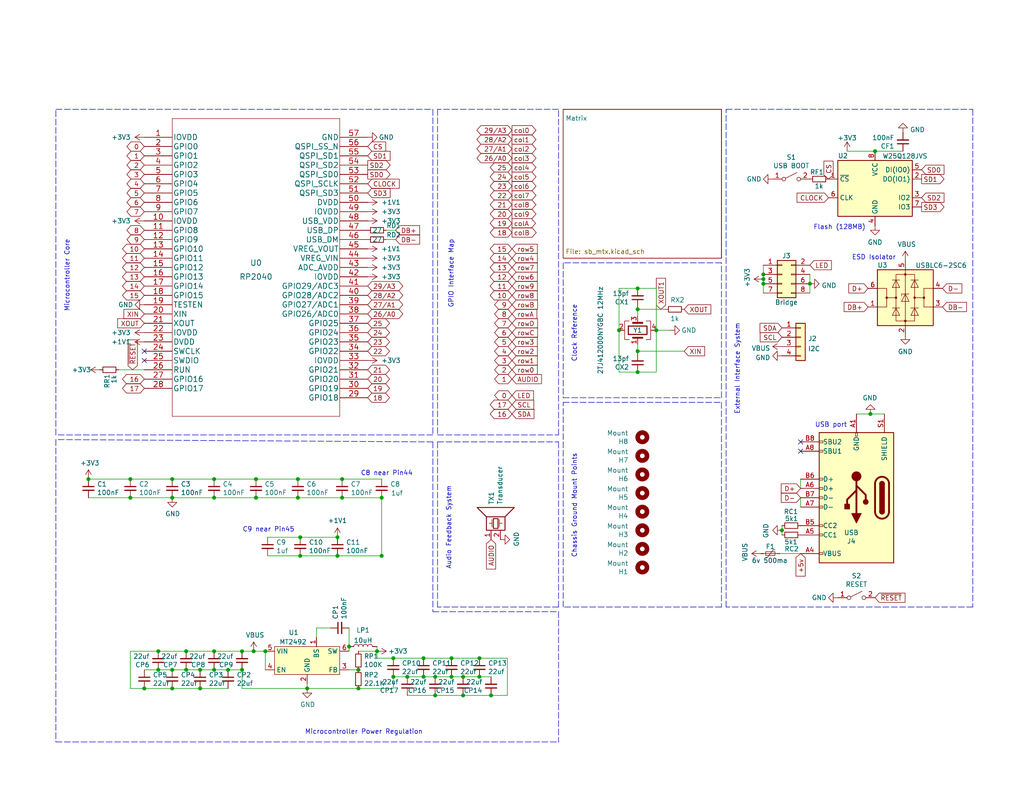
<source format=kicad_sch>
(kicad_sch (version 20211123) (generator eeschema)
  (paper "USLetter")
  (title_block (title "Sweet Business") (date "2021-09-10") (rev "Mark 1") (company "Everywhere Defense Industries") (comment 1 "Audio Interface Enabled") (comment 2 "Wow That's A Lot Of Buttons") (comment 3 "Maybe Too Many Lights?") (comment 4 "Reloads On Special Ammo Pickup"))
  (junction (at 104.14 135.89))
  (junction (at 58.42 130.81))
  (junction (at 43.18 182.88))
  (junction (at 126.365 189.865))
  (junction (at 115.57 184.785))
  (junction (at 81.28 135.89))
  (junction (at 46.99 130.81))
  (junction (at 83.82 187.96))
  (junction (at 179.07 90.17))
  (junction (at 72.39 177.8))
  (junction (at 54.61 182.88))
  (junction (at 24.13 130.81))
  (junction (at 123.19 184.785))
  (junction (at 102.87 177.8))
  (junction (at 173.99 84.455))
  (junction (at 213.36 144.78))
  (junction (at 97.79 187.96))
  (junction (at 50.8 177.8))
  (junction (at 92.075 146.685))
  (junction (at 118.745 189.865))
  (junction (at 133.985 189.865))
  (junction (at 35.56 135.89))
  (junction (at 173.99 78.74))
  (junction (at 104.14 151.765))
  (junction (at 50.8 182.88))
  (junction (at 115.57 179.705))
  (junction (at 123.19 179.705))
  (junction (at 168.91 90.17))
  (junction (at 54.61 187.96))
  (junction (at 69.85 135.89))
  (junction (at 126.365 184.785))
  (junction (at 107.315 184.785))
  (junction (at 118.745 184.785))
  (junction (at 69.85 130.81))
  (junction (at 66.04 182.88))
  (junction (at 46.99 135.89))
  (junction (at 208.28 77.47))
  (junction (at 58.42 177.8))
  (junction (at 237.49 113.03))
  (junction (at 93.345 135.89))
  (junction (at 81.915 151.765))
  (junction (at 220.98 77.47))
  (junction (at 173.99 101.6))
  (junction (at 39.37 187.96))
  (junction (at 111.125 184.785))
  (junction (at 97.79 182.88))
  (junction (at 95.25 176.53))
  (junction (at 43.18 177.8))
  (junction (at 208.28 74.93))
  (junction (at 66.04 177.8))
  (junction (at 208.28 76.2))
  (junction (at 58.42 182.88))
  (junction (at 58.42 135.89))
  (junction (at 81.915 146.685))
  (junction (at 92.075 151.765))
  (junction (at 35.56 130.81))
  (junction (at 46.99 182.88))
  (junction (at 46.99 187.96))
  (junction (at 69.215 177.8))
  (junction (at 107.315 179.705))
  (junction (at 173.99 95.885))
  (junction (at 130.81 184.785))
  (junction (at 130.81 179.705))
  (junction (at 238.76 41.275))
  (junction (at 81.28 130.81))
  (junction (at 62.23 182.88))
  (junction (at 93.345 130.81))
  (no_connect (at 39.37 98.425))
  (no_connect (at 39.37 95.885))
  (no_connect (at 218.44 123.19))
  (no_connect (at 218.44 120.65))
  (wire (pts (xy 86.36 173.99) (xy 86.36 171.45)))
  (wire (pts (xy 43.18 182.88) (xy 39.37 182.88)))
  (polyline (pts (xy 152.4 165.735) (xy 119.38 165.735)))
  (wire (pts (xy 218.44 130.81) (xy 218.44 133.35)))
  (polyline (pts (xy 152.4 120.65) (xy 152.4 165.735)))
  (wire (pts (xy 115.57 179.705) (xy 123.19 179.705)))
  (wire (pts (xy 220.98 77.47) (xy 220.98 80.01)))
  (wire (pts (xy 173.99 95.885) (xy 173.99 96.52)))
  (wire (pts (xy 69.85 135.89) (xy 58.42 135.89)))
  (wire (pts (xy 104.14 151.765) (xy 104.14 135.89)))
  (wire (pts (xy 123.19 184.785) (xy 118.745 184.785)))
  (wire (pts (xy 168.91 101.6) (xy 168.91 90.17)))
  (polyline (pts (xy 15.24 202.565) (xy 152.4 202.565)))
  (polyline (pts (xy 152.4 118.745) (xy 152.4 29.845)))
  (polyline (pts (xy 152.4 167.005) (xy 152.4 202.565)))
  (wire (pts (xy 95.25 176.53) (xy 95.25 177.8)))
  (wire (pts (xy 93.345 135.89) (xy 104.14 135.89)))
  (wire (pts (xy 54.61 187.96) (xy 62.23 187.96)))
  (wire (pts (xy 95.25 171.45) (xy 95.25 176.53)))
  (wire (pts (xy 126.365 189.865) (xy 118.745 189.865)))
  (wire (pts (xy 81.28 135.89) (xy 69.85 135.89)))
  (wire (pts (xy 69.215 177.8) (xy 72.39 177.8)))
  (wire (pts (xy 73.025 146.685) (xy 81.915 146.685)))
  (polyline (pts (xy 15.24 118.745) (xy 15.24 29.845)))
  (wire (pts (xy 102.87 179.705) (xy 107.315 179.705)))
  (wire (pts (xy 35.56 130.81) (xy 24.13 130.81)))
  (wire (pts (xy 220.98 74.93) (xy 220.98 77.47)))
  (wire (pts (xy 46.99 187.96) (xy 54.61 187.96)))
  (wire (pts (xy 54.61 182.88) (xy 50.8 182.88)))
  (wire (pts (xy 208.28 77.47) (xy 208.28 80.01)))
  (wire (pts (xy 107.95 65.405) (xy 105.41 65.405)))
  (polyline (pts (xy 153.67 71.755) (xy 153.67 108.585)))
  (wire (pts (xy 93.345 130.81) (xy 104.14 130.81)))
  (polyline (pts (xy 153.67 165.735) (xy 153.67 109.855)))
  (wire (pts (xy 35.56 187.96) (xy 39.37 187.96)))
  (wire (pts (xy 111.125 184.785) (xy 115.57 184.785)))
  (wire (pts (xy 81.28 135.89) (xy 93.345 135.89)))
  (polyline (pts (xy 118.11 118.745) (xy 15.24 118.745)))
  (polyline (pts (xy 198.12 165.735) (xy 198.12 29.845)))
  (polyline (pts (xy 153.67 108.585) (xy 196.85 108.585)))
  (wire (pts (xy 73.025 151.765) (xy 81.915 151.765)))
  (wire (pts (xy 35.56 135.89) (xy 24.13 135.89)))
  (wire (pts (xy 118.745 189.865) (xy 111.125 189.865)))
  (wire (pts (xy 123.19 184.785) (xy 126.365 184.785)))
  (wire (pts (xy 118.745 184.785) (xy 115.57 184.785)))
  (wire (pts (xy 173.99 101.6) (xy 179.07 101.6)))
  (wire (pts (xy 58.42 177.8) (xy 50.8 177.8)))
  (wire (pts (xy 107.315 184.785) (xy 107.315 187.96)))
  (wire (pts (xy 107.95 62.865) (xy 105.41 62.865)))
  (wire (pts (xy 86.36 171.45) (xy 90.17 171.45)))
  (wire (pts (xy 46.99 130.81) (xy 35.56 130.81)))
  (wire (pts (xy 208.28 72.39) (xy 208.28 74.93)))
  (wire (pts (xy 238.76 41.275) (xy 246.38 41.275)))
  (wire (pts (xy 213.36 143.51) (xy 213.36 144.78)))
  (wire (pts (xy 173.99 84.455) (xy 173.99 86.36)))
  (polyline (pts (xy 153.67 109.855) (xy 196.85 109.855)))
  (wire (pts (xy 39.37 187.96) (xy 46.99 187.96)))
  (polyline (pts (xy 118.11 120.65) (xy 15.24 120.015)))
  (wire (pts (xy 138.43 179.705) (xy 138.43 189.865)))
  (wire (pts (xy 130.81 179.705) (xy 138.43 179.705)))
  (wire (pts (xy 58.42 135.89) (xy 46.99 135.89)))
  (wire (pts (xy 173.99 101.6) (xy 168.91 101.6)))
  (wire (pts (xy 133.985 184.785) (xy 130.81 184.785)))
  (wire (pts (xy 83.82 187.96) (xy 97.79 187.96)))
  (wire (pts (xy 107.315 184.785) (xy 111.125 184.785)))
  (polyline (pts (xy 265.43 165.735) (xy 198.12 165.735)))
  (wire (pts (xy 81.28 130.81) (xy 69.85 130.81)))
  (polyline (pts (xy 152.4 29.845) (xy 119.38 29.845)))
  (wire (pts (xy 107.315 179.705) (xy 115.57 179.705)))
  (wire (pts (xy 179.07 78.74) (xy 179.07 90.17)))
  (wire (pts (xy 58.42 182.88) (xy 54.61 182.88)))
  (polyline (pts (xy 15.24 29.845) (xy 118.11 29.845)))
  (wire (pts (xy 92.075 151.765) (xy 104.14 151.765)))
  (polyline (pts (xy 119.38 118.745) (xy 152.4 118.745)))
  (wire (pts (xy 66.04 187.96) (xy 83.82 187.96)))
  (wire (pts (xy 46.99 135.89) (xy 35.56 135.89)))
  (wire (pts (xy 212.725 151.13) (xy 218.44 151.13)))
  (wire (pts (xy 168.91 78.74) (xy 173.99 78.74)))
  (wire (pts (xy 241.3 113.03) (xy 237.49 113.03)))
  (wire (pts (xy 97.79 187.96) (xy 107.315 187.96)))
  (wire (pts (xy 50.8 182.88) (xy 46.99 182.88)))
  (wire (pts (xy 173.99 93.98) (xy 173.99 95.885)))
  (wire (pts (xy 102.87 176.53) (xy 102.87 177.8)))
  (wire (pts (xy 237.49 113.03) (xy 233.68 113.03)))
  (wire (pts (xy 102.87 177.8) (xy 102.87 179.705)))
  (wire (pts (xy 173.99 95.885) (xy 186.69 95.885)))
  (wire (pts (xy 81.915 151.765) (xy 92.075 151.765)))
  (wire (pts (xy 208.28 74.93) (xy 208.28 76.2)))
  (wire (pts (xy 173.99 78.74) (xy 179.07 78.74)))
  (wire (pts (xy 50.8 177.8) (xy 43.18 177.8)))
  (wire (pts (xy 95.25 182.88) (xy 97.79 182.88)))
  (polyline (pts (xy 118.11 29.845) (xy 118.11 118.745)))
  (wire (pts (xy 138.43 189.865) (xy 133.985 189.865)))
  (wire (pts (xy 213.36 144.78) (xy 213.36 146.05)))
  (wire (pts (xy 66.04 177.8) (xy 58.42 177.8)))
  (wire (pts (xy 83.82 187.96) (xy 83.82 186.69)))
  (polyline (pts (xy 118.11 167.005) (xy 152.4 167.005)))
  (wire (pts (xy 81.915 146.685) (xy 92.075 146.685)))
  (polyline (pts (xy 15.24 120.015) (xy 15.24 202.565)))
  (wire (pts (xy 218.44 135.89) (xy 218.44 138.43)))
  (wire (pts (xy 66.04 182.88) (xy 62.23 182.88)))
  (polyline (pts (xy 198.12 29.845) (xy 265.43 29.845)))
  (wire (pts (xy 173.99 83.82) (xy 173.99 84.455)))
  (polyline (pts (xy 119.38 120.65) (xy 152.4 120.65)))
  (wire (pts (xy 179.07 101.6) (xy 179.07 90.17)))
  (wire (pts (xy 58.42 130.81) (xy 46.99 130.81)))
  (wire (pts (xy 168.91 90.17) (xy 168.91 78.74)))
  (wire (pts (xy 43.18 177.8) (xy 35.56 177.8)))
  (wire (pts (xy 46.99 182.88) (xy 43.18 182.88)))
  (polyline (pts (xy 196.85 109.855) (xy 196.85 165.735)))
  (wire (pts (xy 208.28 76.2) (xy 208.28 77.47)))
  (wire (pts (xy 173.99 84.455) (xy 181.61 84.455)))
  (wire (pts (xy 130.81 184.785) (xy 126.365 184.785)))
  (polyline (pts (xy 119.38 29.845) (xy 119.38 118.745)))
  (wire (pts (xy 32.385 100.965) (xy 39.37 100.965)))
  (wire (pts (xy 62.23 182.88) (xy 58.42 182.88)))
  (wire (pts (xy 66.04 182.88) (xy 66.04 187.96)))
  (polyline (pts (xy 118.11 120.65) (xy 118.11 167.005)))
  (polyline (pts (xy 196.85 108.585) (xy 196.85 71.755)))
  (wire (pts (xy 123.19 179.705) (xy 130.81 179.705)))
  (wire (pts (xy 179.07 90.17) (xy 182.88 90.17)))
  (wire (pts (xy 97.79 177.8) (xy 102.87 177.8)))
  (wire (pts (xy 72.39 177.8) (xy 72.39 182.88)))
  (wire (pts (xy 35.56 177.8) (xy 35.56 187.96)))
  (wire (pts (xy 66.04 177.8) (xy 69.215 177.8)))
  (polyline (pts (xy 196.85 71.755) (xy 153.67 71.755)))
  (wire (pts (xy 81.28 130.81) (xy 93.345 130.81)))
  (polyline (pts (xy 265.43 29.845) (xy 265.43 165.735)))
  (wire (pts (xy 231.14 41.275) (xy 238.76 41.275)))
  (wire (pts (xy 69.85 130.81) (xy 58.42 130.81)))
  (wire (pts (xy 104.14 151.765) (xy 104.267 151.765)))
  (wire (pts (xy 133.985 189.865) (xy 126.365 189.865)))
  (polyline (pts (xy 196.85 165.735) (xy 153.67 165.735)))
  (polyline (pts (xy 119.38 120.65) (xy 119.38 165.735)))
  (text "External Interface System" (at 201.93 88.265 270) (effects (font (size 1.27 1.27)) (justify right bottom)))
  (text "GPIO Interface Map" (at 123.825 65.405 270) (effects (font (size 1.27 1.27)) (justify right bottom)))
  (text "Microcontroller Core" (at 19.05 65.405 270) (effects (font (size 1.27 1.27)) (justify right bottom)))
  (text "C9 near Pin45" (at 66.167 145.415 0) (effects (font (size 1.27 1.27)) (justify left bottom)))
  (text "Audio Feedback System" (at 123.19 132.715 270) (effects (font (size 1.27 1.27)) (justify right bottom)))
  (text "Flash (128MB)" (at 236.22 62.865 180) (effects (font (size 1.27 1.27)) (justify right bottom)))
  (text "Chassis Ground Mount Points" (at 157.48 123.825 270) (effects (font (size 1.27 1.27)) (justify right bottom)))
  (text "ESD Isolator" (at 244.475 71.12 180) (effects (font (size 1.27 1.27)) (justify right bottom)))
  (text "USB port" (at 231.14 116.84 180) (effects (font (size 1.27 1.27)) (justify right bottom)))
  (text "Microcontroller Power Regulation" (at 83.185 200.66 0) (effects (font (size 1.27 1.27)) (justify left bottom)))
  (text "C8 near Pin44" (at 98.425 130.048 0) (effects (font (size 1.27 1.27)) (justify left bottom)))
  (text "Clock Reference" (at 157.48 83.185 270) (effects (font (size 1.27 1.27)) (justify right bottom)))
  (global_label "19" (shape bidirectional) (at 139.7 60.96 180) (property "Intersheet References" "${INTERSHEET_REFS}" (effects hide)))
  (global_label "18" (shape bidirectional) (at 100.33 108.585 0) (property "Intersheet References" "${INTERSHEET_REFS}" (effects hide)))
  (global_label "9" (shape bidirectional) (at 139.7 83.185 180) (property "Intersheet References" "${INTERSHEET_REFS}" (effects hide)))
  (global_label "16" (shape bidirectional) (at 39.37 103.505 180) (property "Intersheet References" "${INTERSHEET_REFS}" (effects hide)))
  (global_label "26{slash}A0" (shape bidirectional) (at 139.7 43.18 180) (property "Intersheet References" "${INTERSHEET_REFS}" (effects hide)))
  (global_label "CLOCK" (shape input) (at 226.06 53.975 180) (property "Intersheet References" "${INTERSHEET_REFS}" (effects hide)))
  (global_label "rowB" (shape input) (at 139.7 83.185 0) (property "Intersheet References" "${INTERSHEET_REFS}" (effects hide)))
  (global_label "row5" (shape input) (at 139.7 67.945 0) (property "Intersheet References" "${INTERSHEET_REFS}" (effects hide)))
  (global_label "rowA" (shape input) (at 139.7 85.725 0) (property "Intersheet References" "${INTERSHEET_REFS}" (effects hide)))
  (global_label "3" (shape bidirectional) (at 139.7 98.425 180) (property "Intersheet References" "${INTERSHEET_REFS}" (effects hide)))
  (global_label "25" (shape bidirectional) (at 139.7 45.72 180) (property "Intersheet References" "${INTERSHEET_REFS}" (effects hide)))
  (global_label "11" (shape bidirectional) (at 39.37 70.485 180) (property "Intersheet References" "${INTERSHEET_REFS}" (effects hide)))
  (global_label "29{slash}A3" (shape bidirectional) (at 100.33 78.105 0) (property "Intersheet References" "${INTERSHEET_REFS}" (effects hide)))
  (global_label "17" (shape bidirectional) (at 39.37 106.045 180) (property "Intersheet References" "${INTERSHEET_REFS}" (effects hide)))
  (global_label "1" (shape bidirectional) (at 139.7 103.505 180) (property "Intersheet References" "${INTERSHEET_REFS}" (effects hide)))
  (global_label "DB-" (shape input) (at 107.95 65.405 0) (property "Intersheet References" "${INTERSHEET_REFS}" (effects hide)))
  (global_label "+5v" (shape input) (at 218.44 151.13 270) (property "Intersheet References" "${INTERSHEET_REFS}" (effects hide)))
  (global_label "27{slash}A1" (shape bidirectional) (at 100.33 83.185 0) (property "Intersheet References" "${INTERSHEET_REFS}" (effects hide)))
  (global_label "12" (shape bidirectional) (at 39.37 73.025 180) (property "Intersheet References" "${INTERSHEET_REFS}" (effects hide)))
  (global_label "col1" (shape output) (at 139.7 38.1 0) (property "Intersheet References" "${INTERSHEET_REFS}" (effects hide)))
  (global_label "11" (shape bidirectional) (at 139.7 78.105 180) (property "Intersheet References" "${INTERSHEET_REFS}" (effects hide)))
  (global_label "rowD" (shape input) (at 139.7 88.265 0) (property "Intersheet References" "${INTERSHEET_REFS}" (effects hide)))
  (global_label "D+" (shape input) (at 218.44 133.35 180) (property "Intersheet References" "${INTERSHEET_REFS}" (effects hide)))
  (global_label "row3" (shape input) (at 139.7 93.345 0) (property "Intersheet References" "${INTERSHEET_REFS}" (effects hide)))
  (global_label "row9" (shape input) (at 139.7 78.105 0) (property "Intersheet References" "${INTERSHEET_REFS}" (effects hide)))
  (global_label "7" (shape bidirectional) (at 39.37 57.785 180) (property "Intersheet References" "${INTERSHEET_REFS}" (effects hide)))
  (global_label "24" (shape bidirectional) (at 100.33 90.805 0) (property "Intersheet References" "${INTERSHEET_REFS}" (effects hide)))
  (global_label "col7" (shape output) (at 139.7 53.34 0) (property "Intersheet References" "${INTERSHEET_REFS}" (effects hide)))
  (global_label "28{slash}A2" (shape bidirectional) (at 139.7 38.1 180) (property "Intersheet References" "${INTERSHEET_REFS}" (effects hide)))
  (global_label "29{slash}A3" (shape bidirectional) (at 139.7 35.56 180) (property "Intersheet References" "${INTERSHEET_REFS}" (effects hide)))
  (global_label "D-" (shape input) (at 257.175 78.74 0) (property "Intersheet References" "${INTERSHEET_REFS}" (effects hide)))
  (global_label "SD0" (shape output) (at 100.33 47.625 0) (property "Intersheet References" "${INTERSHEET_REFS}" (effects hide)))
  (global_label "SDA" (shape input) (at 139.7 113.03 0) (property "Intersheet References" "${INTERSHEET_REFS}" (effects hide)))
  (global_label "18" (shape bidirectional) (at 139.7 63.5 180) (property "Intersheet References" "${INTERSHEET_REFS}" (effects hide)))
  (global_label "XOUT" (shape input) (at 39.37 88.265 180) (property "Intersheet References" "${INTERSHEET_REFS}" (effects hide)))
  (global_label "8" (shape bidirectional) (at 39.37 62.865 180) (property "Intersheet References" "${INTERSHEET_REFS}" (effects hide)))
  (global_label "col4" (shape output) (at 139.7 45.72 0) (property "Intersheet References" "${INTERSHEET_REFS}" (effects hide)))
  (global_label "LED" (shape input) (at 139.7 107.95 0) (property "Intersheet References" "${INTERSHEET_REFS}" (effects hide)))
  (global_label "20" (shape bidirectional) (at 100.33 103.505 0) (property "Intersheet References" "${INTERSHEET_REFS}" (effects hide)))
  (global_label "col9" (shape output) (at 139.7 58.42 0) (property "Intersheet References" "${INTERSHEET_REFS}" (effects hide)))
  (global_label "DB+" (shape input) (at 236.855 83.82 180) (property "Intersheet References" "${INTERSHEET_REFS}" (effects hide)))
  (global_label "9" (shape bidirectional) (at 39.37 65.405 180) (property "Intersheet References" "${INTERSHEET_REFS}" (effects hide)))
  (global_label "5" (shape bidirectional) (at 139.7 93.345 180) (property "Intersheet References" "${INTERSHEET_REFS}" (effects hide)))
  (global_label "4" (shape bidirectional) (at 39.37 50.165 180) (property "Intersheet References" "${INTERSHEET_REFS}" (effects hide)))
  (global_label "row1" (shape input) (at 139.7 98.425 0) (property "Intersheet References" "${INTERSHEET_REFS}" (effects hide)))
  (global_label "3" (shape bidirectional) (at 39.37 47.625 180) (property "Intersheet References" "${INTERSHEET_REFS}" (effects hide)))
  (global_label "16" (shape bidirectional) (at 139.7 113.03 180) (property "Intersheet References" "${INTERSHEET_REFS}" (effects hide)))
  (global_label "col5" (shape output) (at 139.7 48.26 0) (property "Intersheet References" "${INTERSHEET_REFS}" (effects hide)))
  (global_label "15" (shape bidirectional) (at 39.37 80.645 180) (property "Intersheet References" "${INTERSHEET_REFS}" (effects hide)))
  (global_label "XIN" (shape input) (at 186.69 95.885 0) (property "Intersheet References" "${INTERSHEET_REFS}" (effects hide)))
  (global_label "15" (shape bidirectional) (at 139.7 67.945 180) (property "Intersheet References" "${INTERSHEET_REFS}" (effects hide)))
  (global_label "13" (shape bidirectional) (at 139.7 73.025 180) (property "Intersheet References" "${INTERSHEET_REFS}" (effects hide)))
  (global_label "SD2" (shape input) (at 251.46 53.975 0) (property "Intersheet References" "${INTERSHEET_REFS}" (effects hide)))
  (global_label "colB" (shape output) (at 139.7 63.5 0) (property "Intersheet References" "${INTERSHEET_REFS}" (effects hide)))
  (global_label "col3" (shape output) (at 139.7 43.18 0) (property "Intersheet References" "${INTERSHEET_REFS}" (effects hide)))
  (global_label "26{slash}A0" (shape bidirectional) (at 100.33 85.725 0) (property "Intersheet References" "${INTERSHEET_REFS}" (effects hide)))
  (global_label "row4" (shape input) (at 139.7 70.485 0) (property "Intersheet References" "${INTERSHEET_REFS}" (effects hide)))
  (global_label "5" (shape bidirectional) (at 39.37 52.705 180) (property "Intersheet References" "${INTERSHEET_REFS}" (effects hide)))
  (global_label "SCL" (shape input) (at 213.36 92.075 180) (property "Intersheet References" "${INTERSHEET_REFS}" (effects hide)))
  (global_label "19" (shape bidirectional) (at 100.33 106.045 0) (property "Intersheet References" "${INTERSHEET_REFS}" (effects hide)))
  (global_label "col6" (shape output) (at 139.7 50.8 0) (property "Intersheet References" "${INTERSHEET_REFS}" (effects hide)))
  (global_label "XOUT1" (shape input) (at 180.34 84.455 90) (property "Intersheet References" "${INTERSHEET_REFS}" (effects hide)))
  (global_label "SD1" (shape output) (at 251.46 48.895 0) (property "Intersheet References" "${INTERSHEET_REFS}" (effects hide)))
  (global_label "SD3" (shape input) (at 100.33 52.705 0) (property "Intersheet References" "${INTERSHEET_REFS}" (effects hide)))
  (global_label "row8" (shape input) (at 139.7 80.645 0) (property "Intersheet References" "${INTERSHEET_REFS}" (effects hide)))
  (global_label "row6" (shape input) (at 139.7 75.565 0) (property "Intersheet References" "${INTERSHEET_REFS}" (effects hide)))
  (global_label "LED" (shape input) (at 220.98 72.39 0) (property "Intersheet References" "${INTERSHEET_REFS}" (effects hide)))
  (global_label "CLOCK" (shape input) (at 100.33 50.165 0) (property "Intersheet References" "${INTERSHEET_REFS}" (effects hide)))
  (global_label "14" (shape bidirectional) (at 139.7 70.485 180) (property "Intersheet References" "${INTERSHEET_REFS}" (effects hide)))
  (global_label "6" (shape bidirectional) (at 139.7 90.805 180) (property "Intersheet References" "${INTERSHEET_REFS}" (effects hide)))
  (global_label "col8" (shape output) (at 139.7 55.88 0) (property "Intersheet References" "${INTERSHEET_REFS}" (effects hide)))
  (global_label "21" (shape bidirectional) (at 139.7 55.88 180) (property "Intersheet References" "${INTERSHEET_REFS}" (effects hide)))
  (global_label "0" (shape bidirectional) (at 39.37 40.005 180) (property "Intersheet References" "${INTERSHEET_REFS}" (effects hide)))
  (global_label "DB-" (shape input) (at 257.175 83.82 0) (property "Intersheet References" "${INTERSHEET_REFS}" (effects hide)))
  (global_label "col2" (shape output) (at 139.7 40.64 0) (property "Intersheet References" "${INTERSHEET_REFS}" (effects hide)))
  (global_label "SDA" (shape input) (at 213.36 89.535 180) (property "Intersheet References" "${INTERSHEET_REFS}" (effects hide)))
  (global_label "21" (shape bidirectional) (at 100.33 100.965 0) (property "Intersheet References" "${INTERSHEET_REFS}" (effects hide)))
  (global_label "23" (shape bidirectional) (at 100.33 93.345 0) (property "Intersheet References" "${INTERSHEET_REFS}" (effects hide)))
  (global_label "8" (shape bidirectional) (at 139.7 85.725 180) (property "Intersheet References" "${INTERSHEET_REFS}" (effects hide)))
  (global_label "14" (shape bidirectional) (at 39.37 78.105 180) (property "Intersheet References" "${INTERSHEET_REFS}" (effects hide)))
  (global_label "0" (shape bidirectional) (at 139.7 107.95 180) (property "Intersheet References" "${INTERSHEET_REFS}" (effects hide)))
  (global_label "22" (shape bidirectional) (at 100.33 95.885 0) (property "Intersheet References" "${INTERSHEET_REFS}" (effects hide)))
  (global_label "2" (shape bidirectional) (at 39.37 45.085 180) (property "Intersheet References" "${INTERSHEET_REFS}" (effects hide)))
  (global_label "colA" (shape output) (at 139.7 60.96 0) (property "Intersheet References" "${INTERSHEET_REFS}" (effects hide)))
  (global_label "SD0" (shape input) (at 251.46 46.355 0) (property "Intersheet References" "${INTERSHEET_REFS}" (effects hide)))
  (global_label "CS" (shape input) (at 226.06 48.895 90) (property "Intersheet References" "${INTERSHEET_REFS}" (effects hide)))
  (global_label "SD2" (shape output) (at 100.33 45.085 0) (property "Intersheet References" "${INTERSHEET_REFS}" (effects hide)))
  (global_label "25" (shape bidirectional) (at 100.33 88.265 0) (property "Intersheet References" "${INTERSHEET_REFS}" (effects hide)))
  (global_label "AUDIO" (shape input) (at 133.985 147.32 270) (property "Intersheet References" "${INTERSHEET_REFS}" (effects hide)))
  (global_label "23" (shape bidirectional) (at 139.7 50.8 180) (property "Intersheet References" "${INTERSHEET_REFS}" (effects hide)))
  (global_label "row0" (shape input) (at 139.7 100.965 0) (property "Intersheet References" "${INTERSHEET_REFS}" (effects hide)))
  (global_label "28{slash}A2" (shape bidirectional) (at 100.33 80.645 0) (property "Intersheet References" "${INTERSHEET_REFS}" (effects hide)))
  (global_label "4" (shape bidirectional) (at 139.7 95.885 180) (property "Intersheet References" "${INTERSHEET_REFS}" (effects hide)))
  (global_label "~{RESET}" (shape input) (at 36.195 100.965 90) (property "Intersheet References" "${INTERSHEET_REFS}" (effects hide)))
  (global_label "12" (shape bidirectional) (at 139.7 75.565 180) (property "Intersheet References" "${INTERSHEET_REFS}" (effects hide)))
  (global_label "7" (shape bidirectional) (at 139.7 88.265 180) (property "Intersheet References" "${INTERSHEET_REFS}" (effects hide)))
  (global_label "27{slash}A1" (shape bidirectional) (at 139.7 40.64 180) (property "Intersheet References" "${INTERSHEET_REFS}" (effects hide)))
  (global_label "SD3" (shape output) (at 251.46 56.515 0) (property "Intersheet References" "${INTERSHEET_REFS}" (effects hide)))
  (global_label "XIN" (shape input) (at 39.37 85.725 180) (property "Intersheet References" "${INTERSHEET_REFS}" (effects hide)))
  (global_label "SD1" (shape input) (at 100.33 42.545 0) (property "Intersheet References" "${INTERSHEET_REFS}" (effects hide)))
  (global_label "XOUT" (shape input) (at 186.69 84.455 0) (property "Intersheet References" "${INTERSHEET_REFS}" (effects hide)))
  (global_label "SCL" (shape input) (at 139.7 110.49 0) (property "Intersheet References" "${INTERSHEET_REFS}" (effects hide)))
  (global_label "17" (shape bidirectional) (at 139.7 110.49 180) (property "Intersheet References" "${INTERSHEET_REFS}" (effects hide)))
  (global_label "D-" (shape input) (at 218.44 135.89 180) (property "Intersheet References" "${INTERSHEET_REFS}" (effects hide)))
  (global_label "rowC" (shape input) (at 139.7 90.805 0) (property "Intersheet References" "${INTERSHEET_REFS}" (effects hide)))
  (global_label "10" (shape bidirectional) (at 139.7 80.645 180) (property "Intersheet References" "${INTERSHEET_REFS}" (effects hide)))
  (global_label "row7" (shape input) (at 139.7 73.025 0) (property "Intersheet References" "${INTERSHEET_REFS}" (effects hide)))
  (global_label "col0" (shape output) (at 139.7 35.56 0) (property "Intersheet References" "${INTERSHEET_REFS}" (effects hide)))
  (global_label "13" (shape bidirectional) (at 39.37 75.565 180) (property "Intersheet References" "${INTERSHEET_REFS}" (effects hide)))
  (global_label "~{RESET}" (shape input) (at 238.76 163.195 0) (property "Intersheet References" "${INTERSHEET_REFS}" (effects hide)))
  (global_label "24" (shape bidirectional) (at 139.7 48.26 180) (property "Intersheet References" "${INTERSHEET_REFS}" (effects hide)))
  (global_label "1" (shape bidirectional) (at 39.37 42.545 180) (property "Intersheet References" "${INTERSHEET_REFS}" (effects hide)))
  (global_label "DB+" (shape input) (at 107.95 62.865 0) (property "Intersheet References" "${INTERSHEET_REFS}" (effects hide)))
  (global_label "10" (shape bidirectional) (at 39.37 67.945 180) (property "Intersheet References" "${INTERSHEET_REFS}" (effects hide)))
  (global_label "20" (shape bidirectional) (at 139.7 58.42 180) (property "Intersheet References" "${INTERSHEET_REFS}" (effects hide)))
  (global_label "row2" (shape input) (at 139.7 95.885 0) (property "Intersheet References" "${INTERSHEET_REFS}" (effects hide)))
  (global_label "AUDIO" (shape input) (at 139.7 103.505 0) (property "Intersheet References" "${INTERSHEET_REFS}" (effects hide)))
  (global_label "22" (shape bidirectional) (at 139.7 53.34 180) (property "Intersheet References" "${INTERSHEET_REFS}" (effects hide)))
  (global_label "D+" (shape input) (at 236.855 78.74 180) (property "Intersheet References" "${INTERSHEET_REFS}" (effects hide)))
  (global_label "6" (shape bidirectional) (at 39.37 55.245 180) (property "Intersheet References" "${INTERSHEET_REFS}" (effects hide)))
  (global_label "2" (shape bidirectional) (at 139.7 100.965 180) (property "Intersheet References" "${INTERSHEET_REFS}" (effects hide)))
  (global_label "CS" (shape input) (at 100.33 40.005 0) (property "Intersheet References" "${INTERSHEET_REFS}" (effects hide)))
  (symbol (lib_id "Device:C_Small") (at 66.04 180.34 180) (unit 1)
    (property "Reference" "CP9" (at 63.7032 181.5084 0) (effects (justify left)))
    (property "Value" "22uf" (at 63.7032 179.197 0) (effects (justify left)))
    (property "Footprint" "EDI:Passive_0402_1005Metric" (effects hide))
    (property "LCSC" "C415703" (effects hide))
  )
  (symbol (lib_id "power:+3V3") (at 102.87 177.8 270) (unit 1)
    (property "Reference" "#PWR0106" (effects hide))
    (property "Value" "+3V3" (at 108.585 177.8 90))
  )
  (symbol (lib_id "power:VBUS") (at 69.215 177.8 0) (unit 1)
    (property "Reference" "#PWR0107" (effects hide))
    (property "Value" "VBUS" (at 69.596 173.4058 0))
  )
  (symbol (lib_id "Mechanical:MountingHole") (at 175.26 154.94 90) (unit 1)
    (property "Reference" "H1" (at 171.45 156.1084 90) (effects (justify left)))
    (property "Value" "Mount" (at 171.45 153.797 90) (effects (justify left)))
    (property "Footprint" "MountingHole:MountingHole_3.2mm_M3" (effects hide))
  )
  (symbol (lib_id "Mechanical:MountingHole") (at 175.26 149.86 90) (unit 1)
    (property "Reference" "H2" (at 171.45 151.0284 90) (effects (justify left)))
    (property "Value" "Mount" (at 171.45 148.717 90) (effects (justify left)))
    (property "Footprint" "MountingHole:MountingHole_3.2mm_M3" (effects hide))
  )
  (symbol (lib_id "Mechanical:MountingHole") (at 175.26 144.78 90) (unit 1)
    (property "Reference" "H3" (at 171.45 145.9484 90) (effects (justify left)))
    (property "Value" "Mount" (at 171.45 143.637 90) (effects (justify left)))
    (property "Footprint" "MountingHole:MountingHole_3.2mm_M3" (effects hide))
  )
  (symbol (lib_id "Mechanical:MountingHole") (at 175.26 139.7 90) (unit 1)
    (property "Reference" "H4" (at 171.45 140.8684 90) (effects (justify left)))
    (property "Value" "Mount" (at 171.45 138.557 90) (effects (justify left)))
    (property "Footprint" "MountingHole:MountingHole_3.2mm_M3" (effects hide))
  )
  (symbol (lib_id "Mechanical:MountingHole") (at 175.26 134.62 90) (unit 1)
    (property "Reference" "H5" (at 171.45 135.7884 90) (effects (justify left)))
    (property "Value" "Mount" (at 171.45 133.477 90) (effects (justify left)))
    (property "Footprint" "MountingHole:MountingHole_3.2mm_M3" (effects hide))
  )
  (symbol (lib_id "Mechanical:MountingHole") (at 175.26 129.54 90) (unit 1)
    (property "Reference" "H6" (at 171.45 130.7084 90) (effects (justify left)))
    (property "Value" "Mount" (at 171.45 128.397 90) (effects (justify left)))
    (property "Footprint" "MountingHole:MountingHole_3.2mm_M3" (effects hide))
  )
  (symbol (lib_id "Mechanical:MountingHole") (at 175.26 124.46 90) (unit 1)
    (property "Reference" "H7" (at 171.45 125.6284 90) (effects (justify left)))
    (property "Value" "Mount" (at 171.45 123.317 90) (effects (justify left)))
    (property "Footprint" "MountingHole:MountingHole_3.2mm_M3" (effects hide))
  )
  (symbol (lib_id "Mechanical:MountingHole") (at 175.26 119.38 90) (unit 1)
    (property "Reference" "H8" (at 171.45 120.5484 90) (effects (justify left)))
    (property "Value" "Mount" (at 171.45 118.237 90) (effects (justify left)))
    (property "Footprint" "MountingHole:MountingHole_3.2mm_M3" (effects hide))
  )
  (symbol (lib_id "Connector_Generic:Conn_01x04") (at 218.44 92.075 0) (unit 1)
    (property "Reference" "J2" (at 220.472 92.4365 0) (effects (justify left)))
    (property "Value" "I2C" (at 220.472 95.2116 0) (effects (justify left)))
    (property "Footprint" "Connector_PinHeader_2.54mm:PinHeader_1x04_P2.54mm_Vertical" (effects hide))
  )
  (symbol (lib_id "power:GND") (at 136.525 147.32 90) (unit 1)
    (property "Reference" "#PWR0137" (effects hide))
    (property "Value" "GND" (at 140.9192 147.193 0))
  )
  (symbol (lib_id "Device:C_Small") (at 118.745 187.325 180) (unit 1)
    (property "Reference" "CP16" (at 116.4082 188.4934 0) (effects (justify left)))
    (property "Value" "22uf" (at 116.4082 186.182 0) (effects (justify left)))
    (property "Footprint" "EDI:Passive_0402_1005Metric" (effects hide))
    (property "LCSC" "C415703" (effects hide))
  )
  (symbol (lib_id "Device:C_Small") (at 69.85 133.35 0) (unit 1)
    (property "Reference" "C5" (at 72.1868 132.1816 0) (effects (justify left)))
    (property "Value" "100nF" (at 72.1868 134.493 0) (effects (justify left)))
    (property "Footprint" "EDI:Passive_0402_1005Metric" (effects hide))
    (property "LCSC" "C1525" (effects hide))
  )
  (symbol (lib_id "Device:C_Small") (at 35.56 133.35 0) (unit 1)
    (property "Reference" "C2" (at 37.8968 132.1816 0) (effects (justify left)))
    (property "Value" "100nF" (at 37.8968 134.493 0) (effects (justify left)))
    (property "Footprint" "EDI:Passive_0402_1005Metric" (effects hide))
    (property "LCSC" "C1525" (effects hide))
  )
  (symbol (lib_id "Device:R_Small") (at 97.79 185.42 0) (unit 1)
    (property "Reference" "RP2" (at 99.2886 184.2516 0) (effects (justify left)))
    (property "Value" "22.1K" (at 99.2886 186.563 0) (effects (justify left)))
    (property "Footprint" "EDI:Passive_0402_1005Metric" (effects hide))
    (property "LCSC" "C43473" (effects hide))
  )
  (symbol (lib_id "Device:R_Small") (at 102.87 62.865 270) (unit 1)
    (property "Reference" "RD1" (at 105.41 61.595 90) (effects (justify left)))
    (property "Value" "27" (at 101.6 62.865 90) (effects (justify left)))
    (property "Footprint" "EDI:Passive_0402_1005Metric" (effects hide))
    (property "LCSC" "C413051 " (effects hide))
  )
  (symbol (lib_id "Device:C_Small") (at 81.28 133.35 0) (unit 1)
    (property "Reference" "C6" (at 83.6168 132.1816 0) (effects (justify left)))
    (property "Value" "100nF" (at 83.6168 134.493 0) (effects (justify left)))
    (property "Footprint" "EDI:Passive_0402_1005Metric" (effects hide))
    (property "LCSC" "C1525" (effects hide))
  )
  (symbol (lib_id "Device:C_Small") (at 43.18 180.34 180) (unit 1)
    (property "Reference" "CP6" (at 40.8432 181.5084 0) (effects (justify left)))
    (property "Value" "22uf" (at 40.8432 179.197 0) (effects (justify left)))
    (property "Footprint" "EDI:Passive_0402_1005Metric" (effects hide))
    (property "LCSC" "C415703" (effects hide))
  )
  (symbol (lib_id "Device:C_Small") (at 246.38 38.735 180) (unit 1)
    (property "Reference" "CF1" (at 244.0432 39.9034 0) (effects (justify left)))
    (property "Value" "100nF" (at 244.0432 37.592 0) (effects (justify left)))
    (property "Footprint" "EDI:Passive_0402_1005Metric" (effects hide))
    (property "LCSC" "C1525" (effects hide))
  )
  (symbol (lib_id "Memory_Flash:W25Q128JVS") (at 238.76 51.435 0) (unit 1)
    (property "Reference" "U2" (at 228.6 42.545 0) (effects (justify left)))
    (property "Value" "W25Q128JVS" (at 240.7794 42.6236 0) (effects (justify left)))
    (property "Footprint" "Package_SO:SOIC-8_5.23x5.23mm_P1.27mm" (effects hide))
    (property "Datasheet" "http://www.winbond.com/resource-files/w25q128jv_dtr%20revc%2003272018%20plus.pdf" (effects hide))
    (property "LCSC" "C97521" (effects hide))
  )
  (symbol (lib_name "GND_1") (lib_id "power:GND") (at 213.36 97.155 270) (unit 1)
    (property "Reference" "#PWR0102" (effects hide))
    (property "Value" "GND" (at 210.1851 97.634 90) (effects (justify right)))
  )
  (symbol (lib_id "Device:C_Small") (at 111.125 187.325 180) (unit 1)
    (property "Reference" "CP17" (at 108.7882 188.4934 0) (effects (justify left)))
    (property "Value" "22uf" (at 108.7882 186.182 0) (effects (justify left)))
    (property "Footprint" "EDI:Passive_0402_1005Metric" (effects hide))
    (property "LCSC" "C415703" (effects hide))
  )
  (symbol (lib_id "Device:C_Small") (at 46.99 185.42 0) (unit 1)
    (property "Reference" "CP4" (at 49.3268 184.2516 0) (effects (justify left)))
    (property "Value" "22uf" (at 49.3268 186.563 0) (effects (justify left)))
    (property "Footprint" "EDI:Passive_0402_1005Metric" (effects hide))
    (property "LCSC" "C415703" (effects hide))
  )
  (symbol (lib_id "Device:Crystal_GND24") (at 173.99 90.17 90) (unit 1)
    (property "Reference" "Y1" (at 173.99 90.17 90))
    (property "Value" "2TJ412000NYGBC 12MHz" (at 163.83 90.17 0))
    (property "Footprint" "Crystal:Crystal_SMD_2520-4Pin_2.5x2.0mm" (effects hide))
    (property "LCSC" "C2149205" (effects hide))
  )
  (symbol (lib_id "Device:C_Small") (at 92.71 171.45 90) (unit 1)
    (property "Reference" "CP1" (at 91.5416 169.1132 0) (effects (justify left)))
    (property "Value" "100nF" (at 93.853 169.1132 0) (effects (justify left)))
    (property "Footprint" "EDI:Passive_0402_1005Metric" (effects hide))
    (property "LCSC" "C1525" (effects hide))
  )
  (symbol (lib_id "power:+3V3") (at 24.13 130.81 0) (unit 1)
    (property "Reference" "#PWR05" (effects hide))
    (property "Value" "+3V3" (at 24.511 126.4158 0))
  )
  (symbol (lib_id "power:+3V3") (at 100.33 75.565 270) (unit 1)
    (property "Reference" "#PWR0101" (effects hide))
    (property "Value" "+3V3" (at 106.68 75.565 90))
  )
  (symbol (lib_id "power:+1V1") (at 100.33 55.245 270) (unit 1)
    (property "Reference" "#PWR0109" (effects hide))
    (property "Value" "+1V1" (at 106.68 55.245 90))
  )
  (symbol (lib_id "power:+1V1") (at 39.37 93.345 90) (unit 1)
    (property "Reference" "#PWR0115" (effects hide))
    (property "Value" "+1V1" (at 33.02 93.345 90))
  )
  (symbol (lib_id "power:+3V3") (at 39.37 37.465 90) (unit 1)
    (property "Reference" "#PWR0110" (effects hide))
    (property "Value" "+3V3" (at 33.02 37.465 90))
  )
  (symbol (lib_id "power:GND") (at 182.88 90.17 90) (unit 1)
    (property "Reference" "#PWR01" (effects hide))
    (property "Value" "GND" (at 187.96 90.17 90))
  )
  (symbol (lib_id "Device:R_Small") (at 215.9 143.51 90) (unit 1)
    (property "Reference" "RC1" (at 217.805 139.7 90) (effects (justify left)))
    (property "Value" "5k1" (at 217.805 141.605 90) (effects (justify left)))
    (property "Footprint" "EDI:Passive_0402_1005Metric" (effects hide))
    (property "LCSC" "C25905" (effects hide))
  )
  (symbol (lib_id "Device:C_Small") (at 73.025 149.225 0) (unit 1)
    (property "Reference" "C9" (at 75.3618 148.0566 0) (effects (justify left)))
    (property "Value" "1uf" (at 75.3618 150.368 0) (effects (justify left)))
    (property "Footprint" "EDI:Passive_0402_1005Metric" (effects hide))
    (property "LCSC" "C52923" (effects hide))
  )
  (symbol (lib_id "power:VBUS") (at 247.015 71.12 0) (unit 1)
    (property "Reference" "#PWR0130" (effects hide))
    (property "Value" "VBUS" (at 247.396 66.7258 0))
  )
  (symbol (lib_id "Connector_Generic:Conn_02x04_Odd_Even") (at 213.36 74.93 0) (unit 1)
    (property "Reference" "J3" (at 213.36 69.85 0) (effects (justify left)))
    (property "Value" "Bridge" (at 211.455 82.55 0) (effects (justify left)))
    (property "Footprint" "Connector_PinHeader_2.54mm:PinHeader_2x04_P2.54mm_Vertical" (effects hide))
  )
  (symbol (lib_id "Device:Speaker_Crystal") (at 133.985 142.24 90) (unit 1)
    (property "Reference" "TX1" (at 134.0866 137.795 0) (effects (justify left)))
    (property "Value" "Transducer" (at 136.398 137.795 0) (effects (justify left)))
    (property "Footprint" "Buzzer_Beeper:Buzzer_CUI_CPT-9019S-SMT" (effects hide))
    (property "LCSC" "C391035" (effects hide))
  )
  (symbol (lib_id "Device:C_Small") (at 39.37 185.42 0) (unit 1)
    (property "Reference" "CP5" (at 41.7068 184.2516 0) (effects (justify left)))
    (property "Value" "22uf" (at 41.7068 186.563 0) (effects (justify left)))
    (property "Footprint" "EDI:Passive_0402_1005Metric" (effects hide))
    (property "LCSC" "C415703" (effects hide))
  )
  (symbol (lib_id "power:GND") (at 237.49 113.03 180) (unit 1)
    (property "Reference" "#PWR0125" (effects hide))
    (property "Value" "GND" (at 237.363 108.6358 0))
  )
  (symbol (lib_id "power:GND") (at 210.82 48.895 270) (unit 1)
    (property "Reference" "#PWR0129" (effects hide))
    (property "Value" "GND" (at 205.74 48.895 90))
  )
  (symbol (lib_id "power:GND") (at 83.82 187.96 0) (unit 1)
    (property "Reference" "#PWR0105" (effects hide))
    (property "Value" "GND" (at 83.947 192.3542 0))
  )
  (symbol (lib_name "GND_1") (lib_id "power:GND") (at 247.015 91.44 0) (unit 1)
    (property "Reference" "#PWR0132" (effects hide))
    (property "Value" "GND" (at 247.015 96.0025 0))
  )
  (symbol (lib_name "+3V3_1") (lib_id "power:+3V3") (at 231.14 41.275 0) (unit 1)
    (property "Reference" "#PWR0127" (effects hide))
    (property "Value" "+3V3" (at 231.14 37.6705 0))
  )
  (symbol (lib_id "Device:C_Small") (at 24.13 133.35 0) (unit 1)
    (property "Reference" "C1" (at 26.4668 132.1816 0) (effects (justify left)))
    (property "Value" "100nF" (at 26.4668 134.493 0) (effects (justify left)))
    (property "Footprint" "EDI:Passive_0402_1005Metric" (effects hide))
    (property "LCSC" "C1525" (effects hide))
  )
  (symbol (lib_id "Device:C_Small") (at 62.23 185.42 0) (unit 1)
    (property "Reference" "CP2" (at 64.5668 184.2516 0) (effects (justify left)))
    (property "Value" "22uf" (at 64.5668 186.563 0) (effects (justify left)))
    (property "Footprint" "EDI:Passive_0402_1005Metric" (effects hide))
    (property "LCSC" "C415703" (effects hide))
  )
  (symbol (lib_id "Device:R_Small") (at 29.845 100.965 90) (unit 1)
    (property "Reference" "RR1" (at 29.21 106.045 0) (effects (justify left)))
    (property "Value" "1k" (at 31.115 104.775 0) (effects (justify left)))
    (property "Footprint" "EDI:Passive_0402_1005Metric" (effects hide))
    (property "LCSC" "C25905" (effects hide))
  )
  (symbol (lib_id "power:GND") (at 46.99 135.89 0) (unit 1)
    (property "Reference" "#PWR06" (effects hide))
    (property "Value" "GND" (at 47.117 140.2842 0))
  )
  (symbol (lib_id "power:+3V3") (at 100.33 60.325 270) (unit 1)
    (property "Reference" "#PWR0108" (effects hide))
    (property "Value" "+3V3" (at 106.68 60.325 90))
  )
  (symbol (lib_id "EDI:MT2492") (at 83.82 180.34 0) (unit 1)
    (property "Reference" "U1" (at 78.74 172.72 0) (effects (justify left)))
    (property "Value" "MT2492" (at 76.2 175.26 0) (effects (justify left)))
    (property "Footprint" "Package_TO_SOT_SMD:SOT-23-6" (effects hide))
    (property "LCSC" "C89358" (effects hide))
  )
  (symbol (lib_id "Device:C_Small") (at 93.345 133.35 0) (unit 1)
    (property "Reference" "C7" (at 95.6818 132.1816 0) (effects (justify left)))
    (property "Value" "100nF" (at 95.6818 134.493 0) (effects (justify left)))
    (property "Footprint" "EDI:Passive_0402_1005Metric" (effects hide))
    (property "LCSC" "C1525" (effects hide))
  )
  (symbol (lib_id "Device:Polyfuse_Small") (at 210.185 151.13 270) (unit 1)
    (property "Reference" "F1" (at 208.915 149.225 90) (effects (justify left)))
    (property "Value" "6v 500ma" (at 205.105 153.035 90) (effects (justify left)))
    (property "Footprint" "Fuse:Fuse_0603_1608Metric" (effects hide))
    (property "LCSC" "C207011" (effects hide))
  )
  (symbol (lib_id "Device:R_Small") (at 97.79 180.34 0) (unit 1)
    (property "Reference" "RP1" (at 99.2886 179.1716 0) (effects (justify left)))
    (property "Value" "100K" (at 99.2886 181.483 0) (effects (justify left)))
    (property "Footprint" "EDI:Passive_0402_1005Metric" (effects hide))
    (property "LCSC" "C25741" (effects hide))
  )
  (symbol (lib_id "Device:C_Small") (at 81.915 149.225 0) (unit 1)
    (property "Reference" "C10" (at 84.2518 148.0566 0) (effects (justify left)))
    (property "Value" "100nF" (at 84.2518 150.368 0) (effects (justify left)))
    (property "Footprint" "EDI:Passive_0402_1005Metric" (effects hide))
    (property "LCSC" "C1525" (effects hide))
  )
  (symbol (lib_id "power:+3V3") (at 100.33 70.485 270) (unit 1)
    (property "Reference" "#PWR0122" (effects hide))
    (property "Value" "+3V3" (at 106.68 70.485 90))
  )
  (symbol (lib_id "Device:C_Small") (at 126.365 187.325 180) (unit 1)
    (property "Reference" "CP15" (at 124.0282 188.4934 0) (effects (justify left)))
    (property "Value" "22uf" (at 124.0282 186.182 0) (effects (justify left)))
    (property "Footprint" "EDI:Passive_0402_1005Metric" (effects hide))
    (property "LCSC" "C415703" (effects hide))
  )
  (symbol (lib_id "power:+1V1") (at 100.33 67.945 270) (unit 1)
    (property "Reference" "#PWR0121" (effects hide))
    (property "Value" "+1V1" (at 106.68 67.945 90))
  )
  (symbol (lib_id "power:VBUS") (at 207.645 151.13 90) (unit 1)
    (property "Reference" "#PWR0123" (effects hide))
    (property "Value" "VBUS" (at 203.2508 150.749 0))
  )
  (symbol (lib_id "Switch:SW_SPST") (at 233.68 163.195 0) (unit 1)
    (property "Reference" "S2" (at 233.68 157.226 0))
    (property "Value" "RESET" (at 233.68 159.5374 0))
    (property "Footprint" "Button_Switch_SMD:SW_SPST_SKQG_WithoutStem" (effects hide))
    (property "LCSC" "C139779" (effects hide))
  )
  (symbol (lib_id "Device:C_Small") (at 115.57 182.245 0) (unit 1)
    (property "Reference" "CP11" (at 117.9068 181.0766 0) (effects (justify left)))
    (property "Value" "22uf" (at 117.9068 183.388 0) (effects (justify left)))
    (property "Footprint" "EDI:Passive_0402_1005Metric" (effects hide))
    (property "LCSC" "C415703" (effects hide))
  )
  (symbol (lib_id "Device:R_Small") (at 102.87 65.405 270) (unit 1)
    (property "Reference" "RD2" (at 105.41 64.135 90) (effects (justify left)))
    (property "Value" "27" (at 101.6 65.405 90) (effects (justify left)))
    (property "Footprint" "EDI:Passive_0402_1005Metric" (effects hide))
    (property "LCSC" "C413051 " (effects hide))
  )
  (symbol (lib_name "GND_1") (lib_id "power:GND") (at 246.38 36.195 180) (unit 1)
    (property "Reference" "#PWR0128" (effects hide))
    (property "Value" "GND" (at 248.285 35.404 0) (effects (justify right)))
  )
  (symbol (lib_id "Device:R_Small") (at 215.9 146.05 270) (unit 1)
    (property "Reference" "RC2" (at 213.995 149.86 90) (effects (justify left)))
    (property "Value" "5k1" (at 213.995 147.955 90) (effects (justify left)))
    (property "Footprint" "EDI:Passive_0402_1005Metric" (effects hide))
    (property "LCSC" "C25905" (effects hide))
  )
  (symbol (lib_id "Device:R_Small") (at 223.52 48.895 270) (unit 1)
    (property "Reference" "RF1" (at 220.98 46.99 90) (effects (justify left)))
    (property "Value" "1k" (at 222.25 50.8 90) (effects (justify left)))
    (property "Footprint" "EDI:Passive_0402_1005Metric" (effects hide))
    (property "LCSC" "C25905" (effects hide))
  )
  (symbol (lib_id "power:+3V3") (at 27.305 100.965 90) (unit 1)
    (property "Reference" "#PWR0112" (effects hide))
    (property "Value" "+3V3" (at 22.225 100.965 90))
  )
  (symbol (lib_id "RP2040:RP2040") (at 39.37 37.465 0) (unit 1)
    (property "Reference" "U0" (at 69.85 71.755 0) (effects (font (size 1.524 1.524))))
    (property "Value" "RP2040" (at 69.85 75.565 0) (effects (font (size 1.524 1.524))))
    (property "Footprint" "EDI:QFN-56-RP2040" (effects hide))
    (property "LCSC" "C2040" (effects hide))
  )
  (symbol (lib_id "Device:L") (at 99.06 176.53 90) (unit 1)
    (property "Reference" "LP1" (at 99.06 172.0555 90))
    (property "Value" "10uH" (at 99.06 174.8306 90))
    (property "Footprint" "Inductor_SMD:L_Wuerth_HCI-1040" (effects hide))
    (property "LCSC" "C44893" (effects hide))
  )
  (symbol (lib_id "Device:C_Small") (at 58.42 133.35 0) (unit 1)
    (property "Reference" "C4" (at 60.7568 132.1816 0) (effects (justify left)))
    (property "Value" "100nF" (at 60.7568 134.493 0) (effects (justify left)))
    (property "Footprint" "EDI:Passive_0402_1005Metric" (effects hide))
    (property "LCSC" "C1525" (effects hide))
  )
  (symbol (lib_name "VBUS_1") (lib_id "power:VBUS") (at 213.36 94.615 90) (unit 1)
    (property "Reference" "#PWR0116" (effects hide))
    (property "Value" "VBUS" (at 210.185 95.094 90) (effects (justify left)))
  )
  (symbol (lib_id "power:GND") (at 220.98 77.47 90) (unit 1)
    (property "Reference" "#PWR010" (effects hide))
    (property "Value" "GND" (at 224.155 77.949 90) (effects (justify right)))
  )
  (symbol (lib_id "power:GND") (at 228.6 163.195 270) (unit 1)
    (property "Reference" "#PWR08" (effects hide))
    (property "Value" "GND" (at 223.52 163.195 90))
  )
  (symbol (lib_id "power:+3V3") (at 100.33 98.425 270) (unit 1)
    (property "Reference" "#PWR0103" (effects hide))
    (property "Value" "+3V3" (at 106.68 98.425 90))
  )
  (symbol (lib_id "Device:C_Small") (at 50.8 180.34 180) (unit 1)
    (property "Reference" "CP7" (at 48.4632 181.5084 0) (effects (justify left)))
    (property "Value" "22uf" (at 48.4632 179.197 0) (effects (justify left)))
    (property "Footprint" "EDI:Passive_0402_1005Metric" (effects hide))
    (property "LCSC" "C415703" (effects hide))
  )
  (symbol (lib_name "GND_1") (lib_id "power:GND") (at 238.76 61.595 0) (unit 1)
    (property "Reference" "#PWR0131" (effects hide))
    (property "Value" "GND" (at 238.76 66.1575 0))
  )
  (symbol (lib_id "Device:C_Small") (at 46.99 133.35 0) (unit 1)
    (property "Reference" "C3" (at 49.3268 132.1816 0) (effects (justify left)))
    (property "Value" "100nF" (at 49.3268 134.493 0) (effects (justify left)))
    (property "Footprint" "EDI:Passive_0402_1005Metric" (effects hide))
    (property "LCSC" "C1525" (effects hide))
  )
  (symbol (lib_id "Device:C_Small") (at 130.81 182.245 0) (unit 1)
    (property "Reference" "CP13" (at 133.1468 181.0766 0) (effects (justify left)))
    (property "Value" "22uf" (at 133.1468 183.388 0) (effects (justify left)))
    (property "Footprint" "EDI:Passive_0402_1005Metric" (effects hide))
    (property "LCSC" "C415703" (effects hide))
  )
  (symbol (lib_id "power:+3V3") (at 39.37 60.325 90) (unit 1)
    (property "Reference" "#PWR0111" (effects hide))
    (property "Value" "+3V3" (at 33.02 60.325 90))
  )
  (symbol (lib_id "Device:C_Small") (at 58.42 180.34 180) (unit 1)
    (property "Reference" "CP8" (at 56.0832 181.5084 0) (effects (justify left)))
    (property "Value" "22uf" (at 56.0832 179.197 0) (effects (justify left)))
    (property "Footprint" "EDI:Passive_0402_1005Metric" (effects hide))
    (property "LCSC" "C415703" (effects hide))
  )
  (symbol (lib_id "Device:C_Small") (at 104.14 133.35 0) (unit 1)
    (property "Reference" "C8" (at 106.4768 132.1816 0) (effects (justify left)))
    (property "Value" "1uf" (at 106.68 134.62 0) (effects (justify left)))
    (property "Footprint" "EDI:Passive_0402_1005Metric" (effects hide))
    (property "LCSC" "C52923" (effects hide))
  )
  (symbol (lib_id "HL-Mk2-rescue:USB_C_Receptacle_USB2.0-Connector") (at 233.68 135.89 180) (unit 1)
    (property "Reference" "J4" (at 232.283 147.7518 0))
    (property "Value" "USB" (at 232.283 145.4404 0))
    (property "Footprint" "Connector_USB:USB_C_Receptacle_HRO_TYPE-C-31-M-12" (effects hide))
    (property "LCSC" "C167321" (effects hide))
  )
  (symbol (lib_id "power:+3V3") (at 39.37 90.805 90) (unit 1)
    (property "Reference" "#PWR0119" (effects hide))
    (property "Value" "+3V3" (at 33.02 90.805 90))
  )
  (symbol (lib_id "power:GND") (at 213.36 144.78 270) (unit 1)
    (property "Reference" "#PWR0124" (effects hide))
    (property "Value" "GND" (at 208.9658 144.907 0))
  )
  (symbol (lib_id "Switch:SW_SPST") (at 215.9 48.895 0) (unit 1)
    (property "Reference" "S1" (at 215.9 42.926 0))
    (property "Value" "USB BOOT" (at 215.9 45.2374 0))
    (property "Footprint" "Button_Switch_SMD:SW_SPST_SKQG_WithoutStem" (effects hide))
    (property "LCSC" "C139779" (effects hide))
  )
  (symbol (lib_id "power:+3V3") (at 100.33 57.785 270) (unit 1)
    (property "Reference" "#PWR0104" (effects hide))
    (property "Value" "+3V3" (at 106.68 57.785 90))
  )
  (symbol (lib_id "Power_Protection:USBLC6-2SC6") (at 247.015 81.28 0) (unit 1)
    (property "Reference" "U3" (at 239.395 72.39 0) (effects (justify left)))
    (property "Value" "USBLC6-2SC6" (at 249.7837 72.4686 0) (effects (justify left)))
    (property "Footprint" "Package_TO_SOT_SMD:SOT-23-6" (effects hide))
    (property "Datasheet" "https://www.st.com/resource/en/datasheet/usblc6-2.pdf" (effects hide))
    (property "LCSC" "C2827654" (effects hide))
  )
  (symbol (lib_id "Device:C_Small") (at 133.985 187.325 180) (unit 1)
    (property "Reference" "CP14" (at 131.6482 188.4934 0) (effects (justify left)))
    (property "Value" "22uf" (at 131.6482 186.182 0) (effects (justify left)))
    (property "Footprint" "EDI:Passive_0402_1005Metric" (effects hide))
    (property "LCSC" "C415703" (effects hide))
  )
  (symbol (lib_id "power:+3V3") (at 208.28 76.2 90) (unit 1)
    (property "Reference" "#PWR0114" (effects hide))
    (property "Value" "+3V3" (at 203.8858 75.819 0))
  )
  (symbol (lib_id "Device:C_Small") (at 123.19 182.245 0) (unit 1)
    (property "Reference" "CP12" (at 125.5268 181.0766 0) (effects (justify left)))
    (property "Value" "22uf" (at 125.5268 183.388 0) (effects (justify left)))
    (property "Footprint" "EDI:Passive_0402_1005Metric" (effects hide))
    (property "LCSC" "C415703" (effects hide))
  )
  (symbol (lib_id "Device:C_Small") (at 92.075 149.225 0) (unit 1)
    (property "Reference" "C11" (at 94.4118 148.0566 0) (effects (justify left)))
    (property "Value" "100nF" (at 94.4118 150.368 0) (effects (justify left)))
    (property "Footprint" "EDI:Passive_0402_1005Metric" (effects hide))
    (property "LCSC" "C1525" (effects hide))
  )
  (symbol (lib_id "power:+1V1") (at 92.075 146.685 0) (unit 1)
    (property "Reference" "#PWR07" (effects hide))
    (property "Value" "+1V1" (at 92.075 142.1225 0))
  )
  (symbol (lib_id "power:GND") (at 100.33 37.465 90) (unit 1)
    (property "Reference" "#PWR0113" (effects hide))
    (property "Value" "GND" (at 105.41 37.465 90))
  )
  (symbol (lib_id "Device:C_Small") (at 54.61 185.42 0) (unit 1)
    (property "Reference" "CP3" (at 56.9468 184.2516 0) (effects (justify left)))
    (property "Value" "22uf" (at 56.9468 186.563 0) (effects (justify left)))
    (property "Footprint" "EDI:Passive_0402_1005Metric" (effects hide))
    (property "LCSC" "C415703" (effects hide))
  )
  (symbol (lib_id "power:+3V3") (at 100.33 73.025 270) (unit 1)
    (property "Reference" "#PWR0120" (effects hide))
    (property "Value" "+3V3" (at 106.68 73.025 90))
  )
  (symbol (lib_id "Device:C_Small") (at 173.99 99.06 180) (unit 1)
    (property "Reference" "CX2" (at 171.6532 100.2284 0) (effects (justify left)))
    (property "Value" "13pf" (at 171.6532 97.917 0) (effects (justify left)))
    (property "Footprint" "EDI:Passive_0402_1005Metric" (effects hide))
    (property "LCSC" "C48936" (effects hide))
  )
  (symbol (lib_id "power:GND") (at 39.37 83.185 270) (unit 1)
    (property "Reference" "#PWR0118" (effects hide))
    (property "Value" "GND" (at 34.29 83.185 90))
  )
  (symbol (lib_id "Device:C_Small") (at 107.315 182.245 0) (unit 1)
    (property "Reference" "CP10" (at 109.6518 181.0766 0) (effects (justify left)))
    (property "Value" "22uf" (at 109.6518 183.388 0) (effects (justify left)))
    (property "Footprint" "EDI:Passive_0402_1005Metric" (effects hide))
    (property "LCSC" "C415703" (effects hide))
  )
  (symbol (lib_id "Device:C_Small") (at 173.99 81.28 180) (unit 1)
    (property "Reference" "CX1" (at 171.6532 82.4484 0) (effects (justify left)))
    (property "Value" "13pf" (at 171.6532 80.137 0) (effects (justify left)))
    (property "Footprint" "EDI:Passive_0402_1005Metric" (effects hide))
    (property "LCSC" "C48936" (effects hide))
  )
  (symbol (lib_id "Device:R_Small") (at 184.15 84.455 270) (unit 1)
    (property "Reference" "RX2" (at 182.88 81.915 90) (effects (justify left)))
    (property "Value" "1k" (at 182.88 86.995 90) (effects (justify left)))
    (property "Footprint" "EDI:Passive_0402_1005Metric" (effects hide))
    (property "LCSC" "C25905" (effects hide))
  )
  (sheet (at 153.67 29.845) (size 43.18 40.64) (stroke (width 0.1524))
    (property "Sheet name" "Matrix" (at 154.305 33.02 0) (effects (justify left bottom)))
    (property "Sheet file" "sb_mtx.kicad_sch" (at 154.305 67.945 0) (effects (justify left top)))
  )
)
</source>
